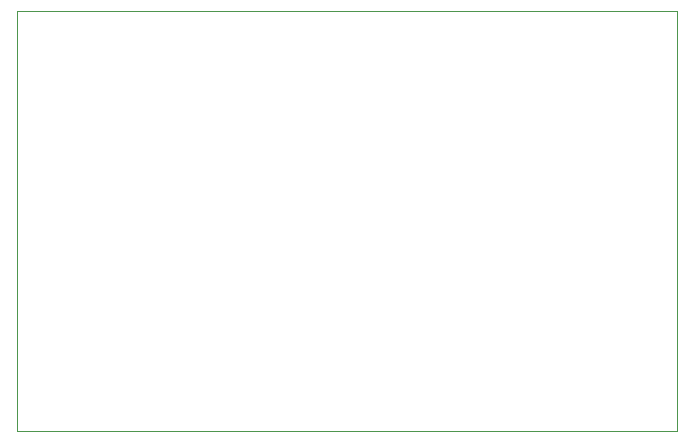
<source format=gbr>
%TF.GenerationSoftware,KiCad,Pcbnew,(6.0.8-1)-1*%
%TF.CreationDate,2022-12-02T23:57:05+01:00*%
%TF.ProjectId,AV_MOD_FAMICOM,41565f4d-4f44-45f4-9641-4d49434f4d2e,rev?*%
%TF.SameCoordinates,Original*%
%TF.FileFunction,Profile,NP*%
%FSLAX46Y46*%
G04 Gerber Fmt 4.6, Leading zero omitted, Abs format (unit mm)*
G04 Created by KiCad (PCBNEW (6.0.8-1)-1) date 2022-12-02 23:57:05*
%MOMM*%
%LPD*%
G01*
G04 APERTURE LIST*
%TA.AperFunction,Profile*%
%ADD10C,0.100000*%
%TD*%
G04 APERTURE END LIST*
D10*
X166370000Y-33020000D02*
X222250000Y-33020000D01*
X222250000Y-33020000D02*
X222250000Y-68580000D01*
X222250000Y-68580000D02*
X166370000Y-68580000D01*
X166370000Y-68580000D02*
X166370000Y-33020000D01*
M02*

</source>
